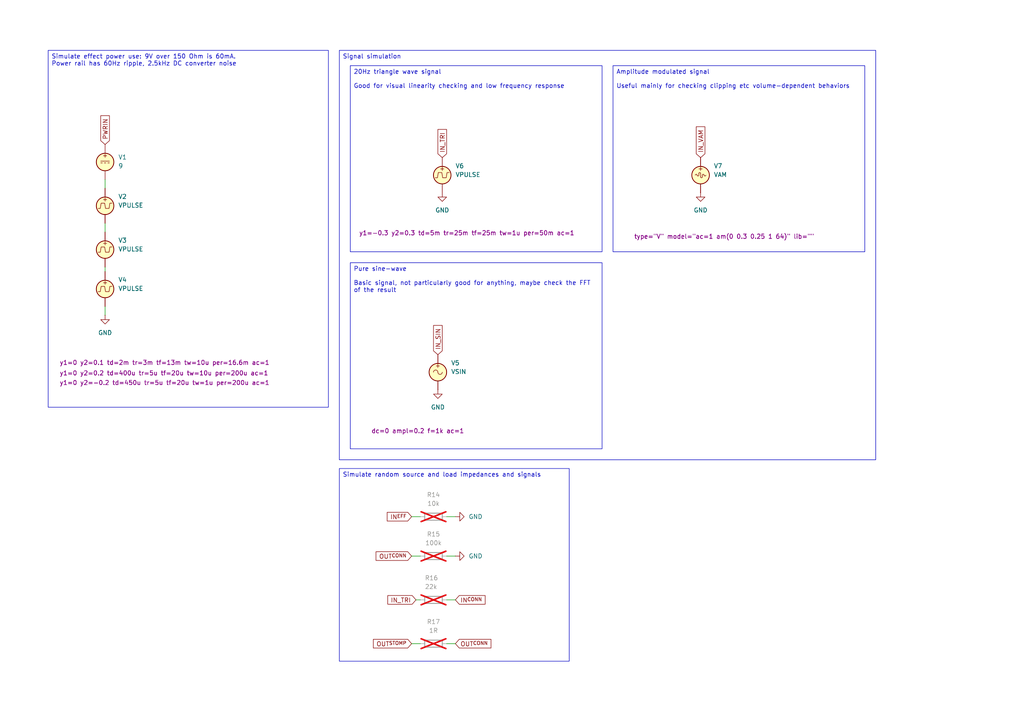
<source format=kicad_sch>
(kicad_sch (version 20250114) (generator "eeschema") (generator_version "9.0")
  (paper "A4")
  (title_block (title "Simulation infrastructure"))
  (lib_symbols
    (symbol "Device:R" (pin_numbers (hide yes)) (pin_names (offset 0))
      (property "Reference" "R" (at 2.032 0 90))
      (property "Value" "R" (at 0 0 90))
      (symbol "R_0_1"
        (rectangle (start -1.016 -2.54) (end 1.016 2.54) (stroke (width 0.254)))
      )
      (symbol "R_1_1"
        (pin passive line (at 0 3.81 270) (length 1.27) (name "~") (number "1"))
        (pin passive line (at 0 -3.81 90) (length 1.27) (name "~") (number "2"))
      )
    )
    (symbol "Simulation_SPICE:VAM" (pin_numbers (hide yes)) (pin_names (offset 0.0254))
      (property "Reference" "V" (at 2.54 2.54 0))
      (property "Value" "VAM" (at 2.54 0 0))
      (property "Sim.Params" "type=\"V\" model=\"am(1 0 1k 100k 1n)\" lib=\"\"" (at 2.54 -2.54 0))
      (symbol "VAM_0_0"
        (arc (start -0.508 0.508) (mid -0.254 0.7609) (end 0 0.508))
        (text "+" (at 0 1.905 0) (effects (font (size 1.27 1.27))))
      )
      (symbol "VAM_0_1"
        (arc (start -1.524 0) (mid -1.27 0.2529) (end -1.016 0))
        (arc (start -0.508 0) (mid -0.762 -0.2529) (end -1.016 0))
        (polyline (pts (xy -0.508 0.508) (xy -0.508 0)))
        (polyline (pts (xy 0 0.508) (xy 0 -0.508)))
        (circle (center 0 0) (radius 2.54) (stroke (width 0.254)) (fill (type background)))
        (arc (start 0.508 -0.508) (mid 0.254 -0.7609) (end 0 -0.508))
        (polyline (pts (xy 0.508 -0.508) (xy 0.508 0)))
        (arc (start 0.508 0) (mid 0.762 0.2529) (end 1.016 0))
        (arc (start 1.524 0) (mid 1.27 -0.2529) (end 1.016 0))
      )
      (symbol "VAM_1_1"
        (pin passive line (at 0 5.08 270) (length 2.54) (name "~") (number "1"))
        (pin passive line (at 0 -5.08 90) (length 2.54) (name "~") (number "2"))
      )
    )
    (symbol "Simulation_SPICE:VDC" (pin_numbers (hide yes)) (pin_names (offset 0.0254))
      (property "Reference" "V" (at 2.54 2.54 0))
      (property "Value" "1" (at 2.54 0 0))
      (symbol "VDC_0_0"
        (polyline (pts (xy -1.27 0.254) (xy 1.27 0.254)))
        (polyline (pts (xy -0.762 -0.254) (xy -1.27 -0.254)))
        (polyline (pts (xy 0.254 -0.254) (xy -0.254 -0.254)))
        (polyline (pts (xy 1.27 -0.254) (xy 0.762 -0.254)))
        (text "+" (at 0 1.905 0) (effects (font (size 1.27 1.27))))
      )
      (symbol "VDC_0_1"
        (circle (center 0 0) (radius 2.54) (stroke (width 0.254)) (fill (type background)))
      )
      (symbol "VDC_1_1"
        (pin passive line (at 0 5.08 270) (length 2.54) (name "~") (number "1"))
        (pin passive line (at 0 -5.08 90) (length 2.54) (name "~") (number "2"))
      )
    )
    (symbol "Simulation_SPICE:VPULSE" (pin_numbers (hide yes)) (pin_names (offset 0.0254))
      (property "Reference" "V" (at 2.54 2.54 0))
      (property "Value" "VPULSE" (at 2.54 0 0))
      (property "Sim.Params" "y1=0 y2=1 td=2n tr=2n tf=2n tw=50n per=100n" (at 2.54 -2.54 0))
      (symbol "VPULSE_0_0"
        (polyline (pts (xy -2.032 -0.762) (xy -1.397 -0.762) (xy -1.143 0.762) (xy -0.127 0.762) (xy 0.127 -0.762) (xy 1.143 -0.762) (xy 1.397 0.762) (xy 2.032 0.762)))
        (text "+" (at 0 1.905 0) (effects (font (size 1.27 1.27))))
      )
      (symbol "VPULSE_0_1"
        (circle (center 0 0) (radius 2.54) (stroke (width 0.254)) (fill (type background)))
      )
      (symbol "VPULSE_1_1"
        (pin passive line (at 0 5.08 270) (length 2.54) (name "~") (number "1"))
        (pin passive line (at 0 -5.08 90) (length 2.54) (name "~") (number "2"))
      )
    )
    (symbol "Simulation_SPICE:VSIN" (pin_numbers (hide yes)) (pin_names (offset 0.0254))
      (property "Reference" "V" (at 2.54 2.54 0))
      (property "Value" "VSIN" (at 2.54 0 0))
      (property "Sim.Params" "dc=0 ampl=1 f=1k ac=1" (at 2.54 -2.54 0))
      (symbol "VSIN_0_0"
        (arc (start -1.27 0) (mid -0.635 0.6323) (end 0 0))
        (arc (start 1.27 0) (mid 0.635 -0.6323) (end 0 0))
        (text "+" (at 0 1.905 0) (effects (font (size 1.27 1.27))))
      )
      (symbol "VSIN_0_1"
        (circle (center 0 0) (radius 2.54) (stroke (width 0.254)) (fill (type background)))
      )
      (symbol "VSIN_1_1"
        (pin passive line (at 0 5.08 270) (length 2.54) (name "~") (number "1"))
        (pin passive line (at 0 -5.08 90) (length 2.54) (name "~") (number "2"))
      )
    )
    (symbol "power:GND" (power) (pin_numbers (hide yes)) (pin_names (offset 0) (hide yes))
      (property "Value" "GND" (at 0 -3.81 0))
      (symbol "GND_0_1"
        (polyline (pts (xy 0 0) (xy 0 -1.27) (xy 1.27 -1.27) (xy 0 -2.54) (xy -1.27 -1.27) (xy 0 -1.27)))
      )
      (symbol "GND_1_1"
        (pin power_in line (at 0 0 270) (length 0) (name "~") (number "1"))
      )
    )
  )
  (text_box "Simulate effect power use: 9V over 150 Ohm is 60mA.\nPower rail has 60Hz ripple, 2.5kHz DC converter noise" (at 13.97 14.605 0) (size 81.28 103.505) (margins 0.9525 0.9525 0.9525 0.9525) (effects (font (size 1.27 1.27)) (justify left top)))
  (text_box "Amplitude modulated signal\n\nUseful mainly for checking clipping etc volume-dependent behaviors" (at 177.8 19.05 0) (size 73.025 53.975) (margins 0.9525 0.9525 0.9525 0.9525) (effects (font (size 1.27 1.27)) (justify left top)))
  (text_box "Pure sine-wave\n\nBasic signal, not particularly good for anything, maybe check the FFT of the result" (at 101.6 76.2 0) (size 73.025 53.975) (margins 0.9525 0.9525 0.9525 0.9525) (effects (font (size 1.27 1.27)) (justify left top)))
  (text_box "Simulate random source and load impedances and signals" (at 98.425 135.89 0) (size 66.675 55.88) (margins 0.9525 0.9525 0.9525 0.9525) (effects (font (size 1.27 1.27)) (justify left top)))
  (text_box "20Hz triangle wave signal\n\nGood for visual linearity checking and low frequency response" (at 101.6 19.05 0) (size 73.025 53.975) (margins 0.9525 0.9525 0.9525 0.9525) (effects (font (size 1.27 1.27)) (justify left top)))
  (text_box "Signal simulation" (at 98.425 14.605 0) (size 155.575 118.745) (margins 0.9525 0.9525 0.9525 0.9525) (effects (font (size 1.27 1.27)) (justify left top)))
  (wire (pts (xy 30.48 77.47) (xy 30.48 78.74)))
  (wire (pts (xy 129.54 149.86) (xy 132.08 149.86)))
  (wire (pts (xy 132.08 173.99) (xy 129.54 173.99)))
  (wire (pts (xy 119.38 149.86) (xy 121.92 149.86)))
  (wire (pts (xy 30.48 52.07) (xy 30.48 54.61)))
  (wire (pts (xy 30.48 88.9) (xy 30.48 91.44)))
  (wire (pts (xy 119.38 186.69) (xy 121.92 186.69)))
  (wire (pts (xy 129.54 186.69) (xy 132.08 186.69)))
  (wire (pts (xy 121.92 173.99) (xy 120.65 173.99)))
  (wire (pts (xy 30.48 64.77) (xy 30.48 67.31)))
  (wire (pts (xy 119.38 161.29) (xy 121.92 161.29)))
  (wire (pts (xy 129.54 161.29) (xy 132.08 161.29)))
  (global_label "IN_SIN" (shape input) (at 127 102.87 90) (property "Intersheetrefs" "${INTERSHEET_REFS}" (effects (hide yes))))
  (global_label "IN^{CONN}" (shape input) (at 132.08 173.99 0) (property "Intersheetrefs" "${INTERSHEET_REFS}" (effects (hide yes))))
  (global_label "IN^{EFF}" (shape input) (at 119.38 149.86 180) (property "Intersheetrefs" "${INTERSHEET_REFS}" (effects (hide yes))))
  (global_label "PWRIN" (shape input) (at 30.48 41.91 90) (property "Intersheetrefs" "${INTERSHEET_REFS}" (effects (hide yes))))
  (global_label "IN_TRI" (shape input) (at 128.27 45.72 90) (property "Intersheetrefs" "${INTERSHEET_REFS}" (effects (hide yes))))
  (global_label "OUT^{STOMP}" (shape input) (at 119.38 186.69 180) (property "Intersheetrefs" "${INTERSHEET_REFS}" (effects (hide yes))))
  (global_label "IN_TRI" (shape input) (at 120.65 173.99 180) (property "Intersheetrefs" "${INTERSHEET_REFS}" (effects (hide yes))))
  (global_label "OUT^{CONN}" (shape input) (at 119.38 161.29 180) (property "Intersheetrefs" "${INTERSHEET_REFS}" (effects (hide yes))))
  (global_label "OUT^{CONN}" (shape input) (at 132.08 186.69 0) (property "Intersheetrefs" "${INTERSHEET_REFS}" (effects (hide yes))))
  (global_label "IN_VAM" (shape input) (at 203.2 45.72 90) (property "Intersheetrefs" "${INTERSHEET_REFS}" (effects (hide yes))))
  (symbol (lib_id "power:GND") (at 127 113.03 0) (unit 1)
    (property "Reference" "#PWR025" (effects (hide yes)))
    (property "Value" "GND" (at 127 118.11 0))
    (property "Description" "Power symbol creates a global label with name \"GND\" , ground" (effects (hide yes)))
  )
  (symbol (lib_id "Simulation_SPICE:VSIN") (at 127 107.95 0) (unit 1) (in_bom no) (on_board no)
    (property "Reference" "V5" (at 130.81 105.2801 0) (effects (justify left)))
    (property "Value" "VSIN" (at 130.81 107.8201 0) (effects (justify left)))
    (property "Datasheet" "https://ngspice.sourceforge.io/docs/ngspice-html-manual/manual.xhtml#sec_Independent_Sources_for" (effects (hide yes)))
    (property "Description" "Voltage source, sinusoidal" (effects (hide yes)))
    (property "Sim.Pins" "1=+ 2=-" (effects (hide yes)))
    (property "Sim.Params" "dc=0 ampl=0.2 f=1k ac=1" (at 107.696 124.968 0) (effects (justify left)))
    (property "Sim.Type" "SIN" (effects (hide yes)))
    (property "Sim.Device" "V" (effects (hide yes)))
  )
  (symbol (lib_id "Simulation_SPICE:VAM") (at 203.2 50.8 0) (unit 1) (in_bom no) (on_board no)
    (property "Reference" "V7" (at 207.01 48.1301 0) (effects (justify left)))
    (property "Value" "VAM" (at 207.01 50.6701 0) (effects (justify left)))
    (property "Datasheet" "https://ngspice.sourceforge.io/docs/ngspice-html-manual/manual.xhtml#sec_Independent_Sources_for" (effects (hide yes)))
    (property "Description" "Voltage source, AM" (effects (hide yes)))
    (property "Sim.Pins" "1=1 2=2" (effects (hide yes)))
    (property "Sim.Device" "SPICE" (effects (hide yes)))
    (property "Sim.Params" "type=\"V\" model=\"ac=1 am(0 0.3 0.25 1 64)\" lib=\"\"" (at 183.896 68.58 0) (effects (justify left)))
  )
  (symbol (lib_id "Device:R") (at 125.73 161.29 270) (unit 1) (in_bom no) (on_board no) (dnp yes)
    (property "Reference" "R15" (at 125.73 154.94 90))
    (property "Value" "100k" (at 125.73 157.48 90))
    (property "Description" "Resistor" (effects (hide yes)))
  )
  (symbol (lib_id "Simulation_SPICE:VPULSE") (at 30.48 59.69 0) (unit 1) (in_bom no) (on_board no)
    (property "Reference" "V2" (at 34.29 57.0201 0) (effects (justify left)))
    (property "Value" "VPULSE" (at 34.29 59.5601 0) (effects (justify left)))
    (property "Datasheet" "https://ngspice.sourceforge.io/docs/ngspice-html-manual/manual.xhtml#sec_Independent_Sources_for" (effects (hide yes)))
    (property "Description" "Voltage source, pulse" (effects (hide yes)))
    (property "Sim.Pins" "1=+ 2=-" (effects (hide yes)))
    (property "Sim.Type" "PULSE" (effects (hide yes)))
    (property "Sim.Device" "V" (effects (hide yes)))
    (property "Sim.Params" "y1=0 y2=0.1 td=2m tr=3m tf=13m tw=10u per=16.6m ac=1" (at 17.272 105.156 0) (effects (justify left)))
  )
  (symbol (lib_id "power:GND") (at 132.08 161.29 90) (unit 1)
    (property "Reference" "#PWR028" (effects (hide yes)))
    (property "Value" "GND" (at 135.89 161.2899 90) (effects (justify right)))
    (property "Description" "Power symbol creates a global label with name \"GND\" , ground" (effects (hide yes)))
  )
  (symbol (lib_id "power:GND") (at 30.48 91.44 0) (unit 1)
    (property "Reference" "#PWR024" (effects (hide yes)))
    (property "Value" "GND" (at 30.48 96.52 0))
    (property "Description" "Power symbol creates a global label with name \"GND\" , ground" (effects (hide yes)))
  )
  (symbol (lib_id "Device:R") (at 125.73 173.99 270) (unit 1) (in_bom no) (on_board no) (dnp yes)
    (property "Reference" "R16" (at 123.19 167.6399 90) (effects (justify left)))
    (property "Value" "22k" (at 123.19 170.1799 90) (effects (justify left)))
    (property "Footprint" "Resistor_SMD:R_0805_2012Metric" (effects (hide yes)))
    (property "Description" "Resistor" (effects (hide yes)))
  )
  (symbol (lib_id "power:GND") (at 132.08 149.86 90) (unit 1)
    (property "Reference" "#PWR027" (effects (hide yes)))
    (property "Value" "GND" (at 135.89 149.8599 90) (effects (justify right)))
    (property "Description" "Power symbol creates a global label with name \"GND\" , ground" (effects (hide yes)))
  )
  (symbol (lib_id "Simulation_SPICE:VPULSE") (at 128.27 50.8 0) (unit 1) (in_bom no) (on_board no)
    (property "Reference" "V6" (at 132.08 48.1301 0) (effects (justify left)))
    (property "Value" "VPULSE" (at 132.08 50.6701 0) (effects (justify left)))
    (property "Datasheet" "https://ngspice.sourceforge.io/docs/ngspice-html-manual/manual.xhtml#sec_Independent_Sources_for" (effects (hide yes)))
    (property "Description" "Voltage source, pulse" (effects (hide yes)))
    (property "Sim.Pins" "1=+ 2=-" (effects (hide yes)))
    (property "Sim.Type" "PULSE" (effects (hide yes)))
    (property "Sim.Device" "V" (effects (hide yes)))
    (property "Sim.Params" "y1=-0.3 y2=0.3 td=5m tr=25m tf=25m tw=1u per=50m ac=1" (at 104.14 67.564 0) (effects (justify left)))
  )
  (symbol (lib_id "power:GND") (at 128.27 55.88 0) (unit 1)
    (property "Reference" "#PWR026" (effects (hide yes)))
    (property "Value" "GND" (at 128.27 60.96 0))
    (property "Description" "Power symbol creates a global label with name \"GND\" , ground" (effects (hide yes)))
  )
  (symbol (lib_id "Simulation_SPICE:VDC") (at 30.48 46.99 0) (unit 1) (in_bom no) (on_board no)
    (property "Reference" "V1" (at 34.29 45.5901 0) (effects (justify left)))
    (property "Value" "9" (at 34.29 48.1301 0) (effects (justify left)))
    (property "Datasheet" "https://ngspice.sourceforge.io/docs/ngspice-html-manual/manual.xhtml#sec_Independent_Sources_for" (effects (hide yes)))
    (property "Description" "Voltage source, DC" (effects (hide yes)))
    (property "Sim.Pins" "1=+ 2=-" (effects (hide yes)))
    (property "Sim.Type" "DC" (effects (hide yes)))
    (property "Sim.Device" "V" (effects (hide yes)))
  )
  (symbol (lib_id "Simulation_SPICE:VPULSE") (at 30.48 83.82 0) (unit 1) (in_bom no) (on_board no)
    (property "Reference" "V4" (at 34.29 81.1501 0) (effects (justify left)))
    (property "Value" "VPULSE" (at 34.29 83.6901 0) (effects (justify left)))
    (property "Datasheet" "https://ngspice.sourceforge.io/docs/ngspice-html-manual/manual.xhtml#sec_Independent_Sources_for" (effects (hide yes)))
    (property "Description" "Voltage source, pulse" (effects (hide yes)))
    (property "Sim.Pins" "1=+ 2=-" (effects (hide yes)))
    (property "Sim.Type" "PULSE" (effects (hide yes)))
    (property "Sim.Device" "V" (effects (hide yes)))
    (property "Sim.Params" "y1=0 y2=-0.2 td=450u tr=5u tf=20u tw=1u per=200u ac=1" (at 17.272 110.998 0) (effects (justify left)))
  )
  (symbol (lib_id "Simulation_SPICE:VPULSE") (at 30.48 72.39 0) (unit 1) (in_bom no) (on_board no)
    (property "Reference" "V3" (at 34.29 69.7201 0) (effects (justify left)))
    (property "Value" "VPULSE" (at 34.29 72.2601 0) (effects (justify left)))
    (property "Datasheet" "https://ngspice.sourceforge.io/docs/ngspice-html-manual/manual.xhtml#sec_Independent_Sources_for" (effects (hide yes)))
    (property "Description" "Voltage source, pulse" (effects (hide yes)))
    (property "Sim.Pins" "1=+ 2=-" (effects (hide yes)))
    (property "Sim.Type" "PULSE" (effects (hide yes)))
    (property "Sim.Device" "V" (effects (hide yes)))
    (property "Sim.Params" "y1=0 y2=0.2 td=400u tr=5u tf=20u tw=10u per=200u ac=1" (at 17.272 108.204 0) (effects (justify left)))
  )
  (symbol (lib_id "Device:R") (at 125.73 149.86 270) (unit 1) (in_bom no) (on_board no) (dnp yes)
    (property "Reference" "R14" (at 125.73 143.51 90))
    (property "Value" "10k" (at 125.73 146.05 90))
    (property "Description" "Resistor" (effects (hide yes)))
  )
  (symbol (lib_id "power:GND") (at 203.2 55.88 0) (unit 1)
    (property "Reference" "#PWR029" (effects (hide yes)))
    (property "Value" "GND" (at 203.2 60.96 0))
    (property "Description" "Power symbol creates a global label with name \"GND\" , ground" (effects (hide yes)))
  )
  (symbol (lib_id "Device:R") (at 125.73 186.69 270) (unit 1) (in_bom no) (on_board no) (dnp yes)
    (property "Reference" "R17" (at 125.73 180.34 90))
    (property "Value" "1R" (at 125.73 182.88 90))
    (property "Description" "Resistor" (effects (hide yes)))
  )
)
</source>
